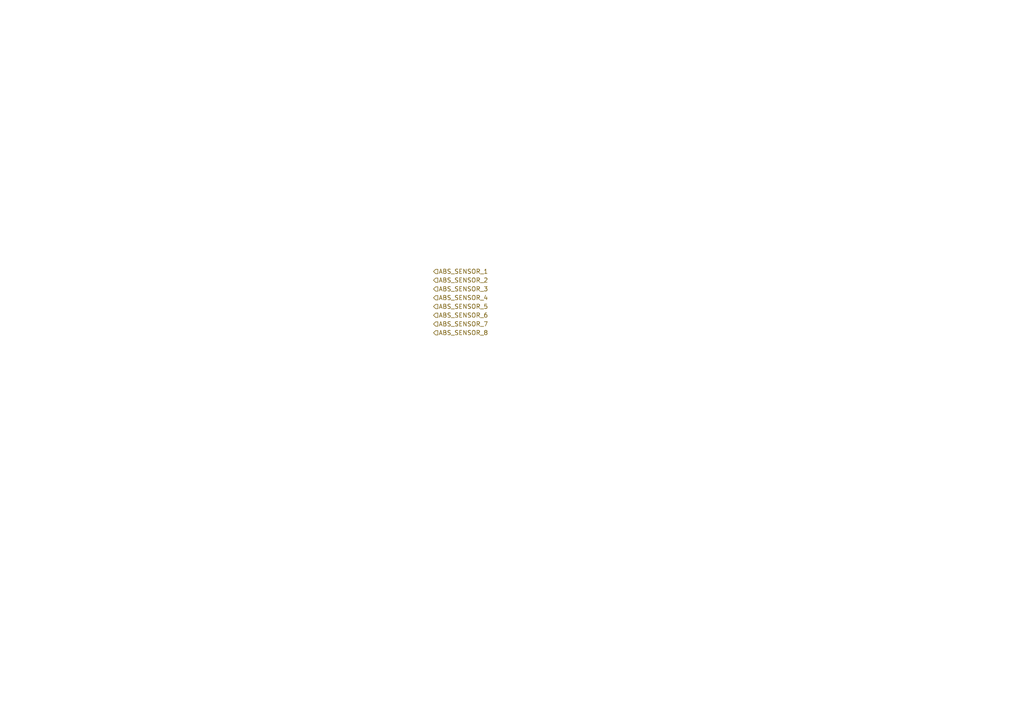
<source format=kicad_sch>
(kicad_sch
	(version 20250114)
	(generator "eeschema")
	(generator_version "9.0")
	(uuid "69f5f5af-e74a-456e-a42b-523c64b6cd86")
	(paper "A4")
	(lib_symbols)
	(hierarchical_label "ABS_SENSOR_6"
		(shape input)
		(at 125.73 91.44 0)
		(effects
			(font
				(size 1.27 1.27)
			)
			(justify left)
		)
		(uuid "2b4ca018-04f3-4939-a5f4-45e5c1aebafb")
	)
	(hierarchical_label "ABS_SENSOR_3"
		(shape input)
		(at 125.73 83.82 0)
		(effects
			(font
				(size 1.27 1.27)
			)
			(justify left)
		)
		(uuid "2c0efcff-1954-4c9d-8916-66e02d2be0c1")
	)
	(hierarchical_label "ABS_SENSOR_1"
		(shape input)
		(at 125.73 78.74 0)
		(effects
			(font
				(size 1.27 1.27)
			)
			(justify left)
		)
		(uuid "6923efcf-f341-44e5-8bd6-b74f6220a7e4")
	)
	(hierarchical_label "ABS_SENSOR_8"
		(shape input)
		(at 125.73 96.52 0)
		(effects
			(font
				(size 1.27 1.27)
			)
			(justify left)
		)
		(uuid "87af92a5-2edc-4395-9b24-f6796c804345")
	)
	(hierarchical_label "ABS_SENSOR_4"
		(shape input)
		(at 125.73 86.36 0)
		(effects
			(font
				(size 1.27 1.27)
			)
			(justify left)
		)
		(uuid "cbf4a07f-3ba3-4e40-9f94-c9c1a5fc7059")
	)
	(hierarchical_label "ABS_SENSOR_2"
		(shape input)
		(at 125.73 81.28 0)
		(effects
			(font
				(size 1.27 1.27)
			)
			(justify left)
		)
		(uuid "debe4545-7108-4975-bcf3-68660a6d0610")
	)
	(hierarchical_label "ABS_SENSOR_5"
		(shape input)
		(at 125.73 88.9 0)
		(effects
			(font
				(size 1.27 1.27)
			)
			(justify left)
		)
		(uuid "e9ab30a8-eb7a-4726-9949-18dfc2e7d067")
	)
	(hierarchical_label "ABS_SENSOR_7"
		(shape input)
		(at 125.73 93.98 0)
		(effects
			(font
				(size 1.27 1.27)
			)
			(justify left)
		)
		(uuid "f7419412-24c5-4d04-b702-05424044a99e")
	)
)

</source>
